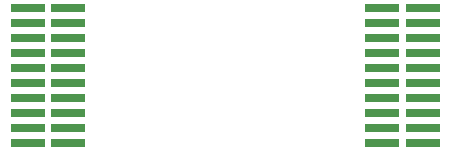
<source format=gtp>
G04 #@! TF.FileFunction,Paste,Top*
%FSLAX46Y46*%
G04 Gerber Fmt 4.6, Leading zero omitted, Abs format (unit mm)*
G04 Created by KiCad (PCBNEW 4.0.2+e4-6225~38~ubuntu14.04.1-stable) date Mon 27 Jun 2016 22:43:40 BST*
%MOMM*%
G01*
G04 APERTURE LIST*
%ADD10C,0.100000*%
%ADD11R,2.920000X0.740000*%
G04 APERTURE END LIST*
D10*
D11*
X83285000Y-94285000D03*
X86715000Y-94285000D03*
X83285000Y-95555000D03*
X86715000Y-95555000D03*
X83285000Y-96825000D03*
X86715000Y-96825000D03*
X83285000Y-98095000D03*
X86715000Y-98095000D03*
X83285000Y-99365000D03*
X86715000Y-99365000D03*
X83285000Y-100635000D03*
X86715000Y-100635000D03*
X83285000Y-101905000D03*
X86715000Y-101905000D03*
X83285000Y-103175000D03*
X86715000Y-103175000D03*
X83285000Y-104445000D03*
X86715000Y-104445000D03*
X83285000Y-105715000D03*
X86715000Y-105715000D03*
X113285000Y-94285000D03*
X116715000Y-94285000D03*
X113285000Y-95555000D03*
X116715000Y-95555000D03*
X113285000Y-96825000D03*
X116715000Y-96825000D03*
X113285000Y-98095000D03*
X116715000Y-98095000D03*
X113285000Y-99365000D03*
X116715000Y-99365000D03*
X113285000Y-100635000D03*
X116715000Y-100635000D03*
X113285000Y-101905000D03*
X116715000Y-101905000D03*
X113285000Y-103175000D03*
X116715000Y-103175000D03*
X113285000Y-104445000D03*
X116715000Y-104445000D03*
X113285000Y-105715000D03*
X116715000Y-105715000D03*
M02*

</source>
